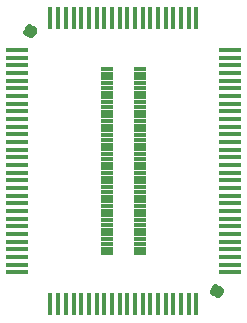
<source format=gts>
G04*
G04 #@! TF.GenerationSoftware,Altium Limited,Altium Designer,21.7.2 (23)*
G04*
G04 Layer_Color=8388736*
%FSAX44Y44*%
%MOMM*%
G71*
G04*
G04 #@! TF.SameCoordinates,CF3CE134-0CDD-455B-BED0-1871B7D76FAE*
G04*
G04*
G04 #@! TF.FilePolarity,Negative*
G04*
G01*
G75*
%ADD15C,0.9000*%
%ADD16R,1.9000X0.4500*%
%ADD17R,0.4500X1.9000*%
%ADD18R,1.0500X0.3000*%
D15*
X00912250Y00368500D02*
G03*
X00912250Y00368500I-00001500J00000000D01*
G01*
X00754250Y00588500D02*
G03*
X00754250Y00588500I-00001500J00000000D01*
G01*
D16*
X00741750Y00566250D02*
D03*
Y00572750D02*
D03*
Y00559750D02*
D03*
Y00546750D02*
D03*
Y00553250D02*
D03*
Y00533750D02*
D03*
Y00540250D02*
D03*
Y00520750D02*
D03*
Y00527250D02*
D03*
Y00507750D02*
D03*
Y00514250D02*
D03*
Y00494750D02*
D03*
Y00501250D02*
D03*
Y00481750D02*
D03*
Y00488250D02*
D03*
Y00397250D02*
D03*
Y00390750D02*
D03*
Y00410250D02*
D03*
Y00403750D02*
D03*
Y00423250D02*
D03*
Y00416750D02*
D03*
Y00436250D02*
D03*
Y00429750D02*
D03*
Y00449250D02*
D03*
Y00442750D02*
D03*
Y00462250D02*
D03*
Y00455750D02*
D03*
Y00468750D02*
D03*
Y00475250D02*
D03*
Y00384250D02*
D03*
X00921750Y00572750D02*
D03*
Y00481750D02*
D03*
Y00488250D02*
D03*
Y00501250D02*
D03*
Y00494750D02*
D03*
Y00514250D02*
D03*
Y00507750D02*
D03*
Y00527250D02*
D03*
Y00520750D02*
D03*
Y00540250D02*
D03*
Y00533750D02*
D03*
Y00553250D02*
D03*
Y00546750D02*
D03*
Y00566250D02*
D03*
Y00559750D02*
D03*
Y00468750D02*
D03*
Y00475250D02*
D03*
Y00455750D02*
D03*
Y00462250D02*
D03*
Y00442750D02*
D03*
Y00449250D02*
D03*
Y00429750D02*
D03*
Y00436250D02*
D03*
Y00416750D02*
D03*
Y00423250D02*
D03*
Y00403750D02*
D03*
Y00410250D02*
D03*
Y00397250D02*
D03*
Y00384250D02*
D03*
Y00390750D02*
D03*
D17*
X00867500Y00357500D02*
D03*
X00874000D02*
D03*
X00887000D02*
D03*
X00880500D02*
D03*
X00893500D02*
D03*
X00854500D02*
D03*
X00861000D02*
D03*
X00841500D02*
D03*
X00848000D02*
D03*
X00828500D02*
D03*
X00835000D02*
D03*
X00815500D02*
D03*
X00822000D02*
D03*
X00802500D02*
D03*
X00809000D02*
D03*
X00789500D02*
D03*
X00796000D02*
D03*
X00783000D02*
D03*
X00770000D02*
D03*
X00776500D02*
D03*
X00887000Y00599500D02*
D03*
X00893500D02*
D03*
X00880500D02*
D03*
X00867500D02*
D03*
X00874000D02*
D03*
X00854500D02*
D03*
X00861000D02*
D03*
X00841500D02*
D03*
X00848000D02*
D03*
X00828500D02*
D03*
X00835000D02*
D03*
X00815500D02*
D03*
X00822000D02*
D03*
X00802500D02*
D03*
X00809000D02*
D03*
X00770000D02*
D03*
X00783000D02*
D03*
X00776500D02*
D03*
X00789500D02*
D03*
X00796000D02*
D03*
D18*
X00817600Y00552500D02*
D03*
X00845900Y00556500D02*
D03*
Y00552500D02*
D03*
X00817600Y00556500D02*
D03*
X00845900Y00548500D02*
D03*
X00817600D02*
D03*
X00845900Y00544500D02*
D03*
X00817600D02*
D03*
X00845900Y00540500D02*
D03*
X00817600D02*
D03*
Y00524500D02*
D03*
X00845900D02*
D03*
X00817600Y00528500D02*
D03*
X00845900D02*
D03*
X00817600Y00532500D02*
D03*
X00845900D02*
D03*
Y00536500D02*
D03*
X00817600D02*
D03*
Y00508500D02*
D03*
X00845900D02*
D03*
X00817600Y00512500D02*
D03*
X00845900D02*
D03*
X00817600Y00516500D02*
D03*
X00845900D02*
D03*
Y00520500D02*
D03*
X00817600D02*
D03*
Y00492500D02*
D03*
X00845900D02*
D03*
X00817600Y00496500D02*
D03*
X00845900D02*
D03*
X00817600Y00500500D02*
D03*
X00845900D02*
D03*
Y00504500D02*
D03*
X00817600D02*
D03*
Y00476500D02*
D03*
X00845900D02*
D03*
X00817600Y00480500D02*
D03*
X00845900D02*
D03*
X00817600Y00484500D02*
D03*
X00845900D02*
D03*
Y00488500D02*
D03*
X00817600D02*
D03*
Y00460500D02*
D03*
X00845900D02*
D03*
X00817600Y00464500D02*
D03*
X00845900D02*
D03*
X00817600Y00468500D02*
D03*
X00845900D02*
D03*
Y00472500D02*
D03*
X00817600D02*
D03*
Y00444500D02*
D03*
X00845900D02*
D03*
X00817600Y00448500D02*
D03*
X00845900D02*
D03*
X00817600Y00452500D02*
D03*
X00845900D02*
D03*
Y00456500D02*
D03*
X00817600D02*
D03*
Y00428500D02*
D03*
X00845900D02*
D03*
X00817600Y00432500D02*
D03*
X00845900D02*
D03*
X00817600Y00436500D02*
D03*
X00845900D02*
D03*
Y00440500D02*
D03*
X00817600D02*
D03*
Y00412500D02*
D03*
Y00408500D02*
D03*
Y00404500D02*
D03*
Y00400500D02*
D03*
Y00424500D02*
D03*
Y00420500D02*
D03*
Y00416500D02*
D03*
X00845900Y00412500D02*
D03*
Y00408500D02*
D03*
Y00404500D02*
D03*
Y00400500D02*
D03*
Y00424500D02*
D03*
Y00420500D02*
D03*
Y00416500D02*
D03*
M02*

</source>
